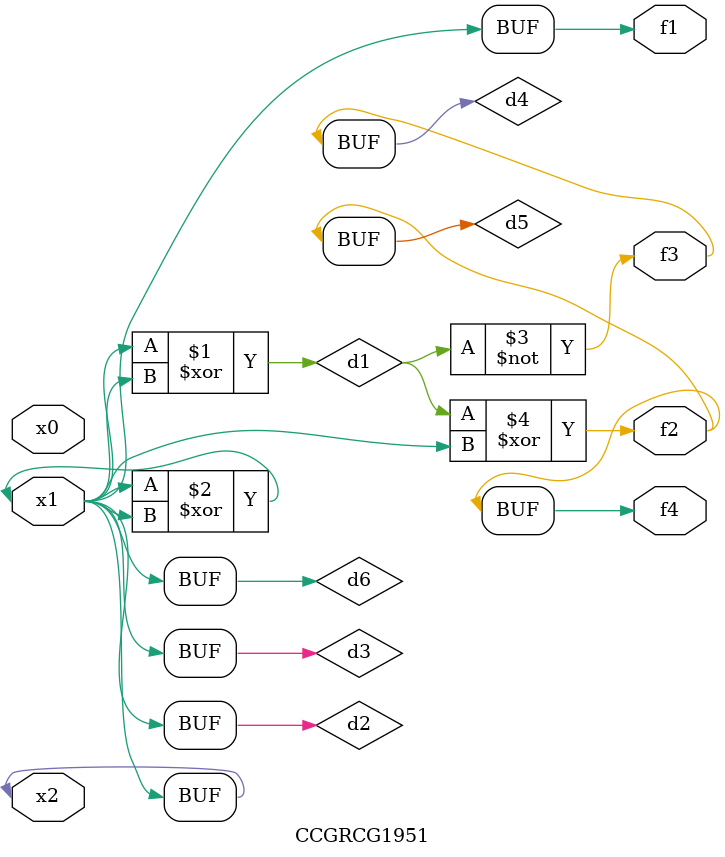
<source format=v>
module CCGRCG1951(
	input x0, x1, x2,
	output f1, f2, f3, f4
);

	wire d1, d2, d3, d4, d5, d6;

	xor (d1, x1, x2);
	buf (d2, x1, x2);
	xor (d3, x1, x2);
	nor (d4, d1);
	xor (d5, d1, d2);
	buf (d6, d2, d3);
	assign f1 = d6;
	assign f2 = d5;
	assign f3 = d4;
	assign f4 = d5;
endmodule

</source>
